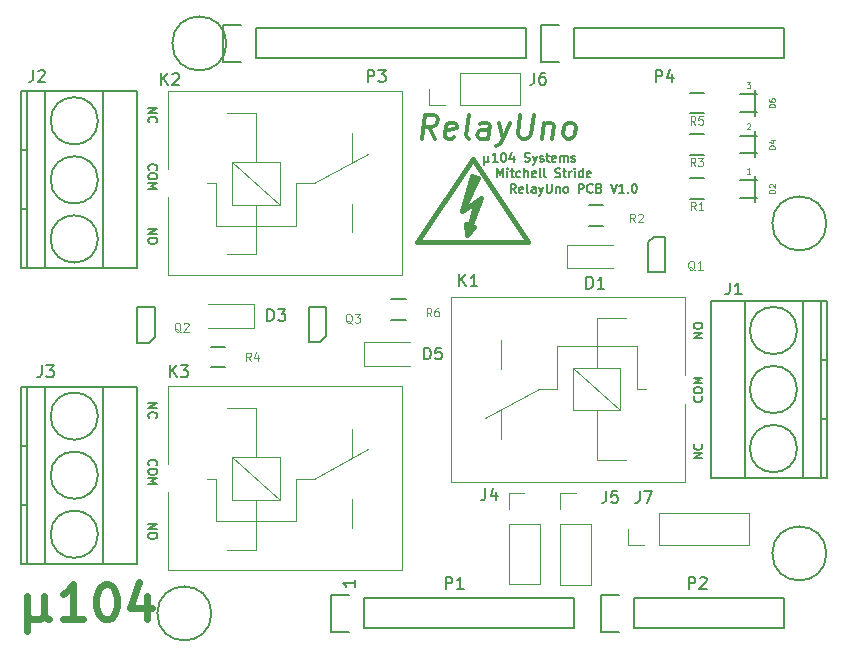
<source format=gbr>
G04 #@! TF.FileFunction,Legend,Top*
%FSLAX46Y46*%
G04 Gerber Fmt 4.6, Leading zero omitted, Abs format (unit mm)*
G04 Created by KiCad (PCBNEW 4.0.7) date 09/29/18 17:05:15*
%MOMM*%
%LPD*%
G01*
G04 APERTURE LIST*
%ADD10C,0.100000*%
%ADD11C,0.600000*%
%ADD12C,0.187500*%
%ADD13C,0.300000*%
%ADD14C,0.150000*%
%ADD15C,0.120000*%
%ADD16C,0.381000*%
G04 APERTURE END LIST*
D10*
D11*
X111675143Y-122332143D02*
X111675143Y-125332143D01*
X113103714Y-123903571D02*
X113246571Y-124189286D01*
X113532286Y-124332143D01*
X111675143Y-123903571D02*
X111818000Y-124189286D01*
X112103714Y-124332143D01*
X112675143Y-124332143D01*
X112960857Y-124189286D01*
X113103714Y-123903571D01*
X113103714Y-122332143D01*
X116389428Y-124332143D02*
X114675143Y-124332143D01*
X115532285Y-124332143D02*
X115532285Y-121332143D01*
X115246571Y-121760714D01*
X114960857Y-122046429D01*
X114675143Y-122189286D01*
X118246571Y-121332143D02*
X118532286Y-121332143D01*
X118818000Y-121475000D01*
X118960857Y-121617857D01*
X119103714Y-121903571D01*
X119246571Y-122475000D01*
X119246571Y-123189286D01*
X119103714Y-123760714D01*
X118960857Y-124046429D01*
X118818000Y-124189286D01*
X118532286Y-124332143D01*
X118246571Y-124332143D01*
X117960857Y-124189286D01*
X117818000Y-124046429D01*
X117675143Y-123760714D01*
X117532286Y-123189286D01*
X117532286Y-122475000D01*
X117675143Y-121903571D01*
X117818000Y-121617857D01*
X117960857Y-121475000D01*
X118246571Y-121332143D01*
X121818000Y-122332143D02*
X121818000Y-124332143D01*
X121103714Y-121189286D02*
X120389429Y-123332143D01*
X122246571Y-123332143D01*
D12*
X150316571Y-85081786D02*
X150316571Y-85831786D01*
X150673714Y-85474643D02*
X150709429Y-85546071D01*
X150780857Y-85581786D01*
X150316571Y-85474643D02*
X150352286Y-85546071D01*
X150423714Y-85581786D01*
X150566571Y-85581786D01*
X150638000Y-85546071D01*
X150673714Y-85474643D01*
X150673714Y-85081786D01*
X151495143Y-85581786D02*
X151066571Y-85581786D01*
X151280857Y-85581786D02*
X151280857Y-84831786D01*
X151209428Y-84938929D01*
X151138000Y-85010357D01*
X151066571Y-85046071D01*
X151959429Y-84831786D02*
X152030857Y-84831786D01*
X152102286Y-84867500D01*
X152138000Y-84903214D01*
X152173714Y-84974643D01*
X152209429Y-85117500D01*
X152209429Y-85296071D01*
X152173714Y-85438929D01*
X152138000Y-85510357D01*
X152102286Y-85546071D01*
X152030857Y-85581786D01*
X151959429Y-85581786D01*
X151888000Y-85546071D01*
X151852286Y-85510357D01*
X151816571Y-85438929D01*
X151780857Y-85296071D01*
X151780857Y-85117500D01*
X151816571Y-84974643D01*
X151852286Y-84903214D01*
X151888000Y-84867500D01*
X151959429Y-84831786D01*
X152852286Y-85081786D02*
X152852286Y-85581786D01*
X152673715Y-84796071D02*
X152495143Y-85331786D01*
X152959429Y-85331786D01*
X153780858Y-85546071D02*
X153888001Y-85581786D01*
X154066572Y-85581786D01*
X154138001Y-85546071D01*
X154173715Y-85510357D01*
X154209430Y-85438929D01*
X154209430Y-85367500D01*
X154173715Y-85296071D01*
X154138001Y-85260357D01*
X154066572Y-85224643D01*
X153923715Y-85188929D01*
X153852287Y-85153214D01*
X153816572Y-85117500D01*
X153780858Y-85046071D01*
X153780858Y-84974643D01*
X153816572Y-84903214D01*
X153852287Y-84867500D01*
X153923715Y-84831786D01*
X154102287Y-84831786D01*
X154209430Y-84867500D01*
X154459430Y-85081786D02*
X154638001Y-85581786D01*
X154816573Y-85081786D02*
X154638001Y-85581786D01*
X154566573Y-85760357D01*
X154530858Y-85796071D01*
X154459430Y-85831786D01*
X155066573Y-85546071D02*
X155138002Y-85581786D01*
X155280859Y-85581786D01*
X155352287Y-85546071D01*
X155388002Y-85474643D01*
X155388002Y-85438929D01*
X155352287Y-85367500D01*
X155280859Y-85331786D01*
X155173716Y-85331786D01*
X155102287Y-85296071D01*
X155066573Y-85224643D01*
X155066573Y-85188929D01*
X155102287Y-85117500D01*
X155173716Y-85081786D01*
X155280859Y-85081786D01*
X155352287Y-85117500D01*
X155602288Y-85081786D02*
X155888002Y-85081786D01*
X155709430Y-84831786D02*
X155709430Y-85474643D01*
X155745145Y-85546071D01*
X155816573Y-85581786D01*
X155888002Y-85581786D01*
X156423716Y-85546071D02*
X156352287Y-85581786D01*
X156209430Y-85581786D01*
X156138001Y-85546071D01*
X156102287Y-85474643D01*
X156102287Y-85188929D01*
X156138001Y-85117500D01*
X156209430Y-85081786D01*
X156352287Y-85081786D01*
X156423716Y-85117500D01*
X156459430Y-85188929D01*
X156459430Y-85260357D01*
X156102287Y-85331786D01*
X156780858Y-85581786D02*
X156780858Y-85081786D01*
X156780858Y-85153214D02*
X156816573Y-85117500D01*
X156888001Y-85081786D01*
X156995144Y-85081786D01*
X157066573Y-85117500D01*
X157102287Y-85188929D01*
X157102287Y-85581786D01*
X157102287Y-85188929D02*
X157138001Y-85117500D01*
X157209430Y-85081786D01*
X157316573Y-85081786D01*
X157388001Y-85117500D01*
X157423716Y-85188929D01*
X157423716Y-85581786D01*
X157745144Y-85546071D02*
X157816573Y-85581786D01*
X157959430Y-85581786D01*
X158030858Y-85546071D01*
X158066573Y-85474643D01*
X158066573Y-85438929D01*
X158030858Y-85367500D01*
X157959430Y-85331786D01*
X157852287Y-85331786D01*
X157780858Y-85296071D01*
X157745144Y-85224643D01*
X157745144Y-85188929D01*
X157780858Y-85117500D01*
X157852287Y-85081786D01*
X157959430Y-85081786D01*
X158030858Y-85117500D01*
X151459429Y-86894286D02*
X151459429Y-86144286D01*
X151709429Y-86680000D01*
X151959429Y-86144286D01*
X151959429Y-86894286D01*
X152316572Y-86894286D02*
X152316572Y-86394286D01*
X152316572Y-86144286D02*
X152280858Y-86180000D01*
X152316572Y-86215714D01*
X152352287Y-86180000D01*
X152316572Y-86144286D01*
X152316572Y-86215714D01*
X152566573Y-86394286D02*
X152852287Y-86394286D01*
X152673715Y-86144286D02*
X152673715Y-86787143D01*
X152709430Y-86858571D01*
X152780858Y-86894286D01*
X152852287Y-86894286D01*
X153423715Y-86858571D02*
X153352286Y-86894286D01*
X153209429Y-86894286D01*
X153138001Y-86858571D01*
X153102286Y-86822857D01*
X153066572Y-86751429D01*
X153066572Y-86537143D01*
X153102286Y-86465714D01*
X153138001Y-86430000D01*
X153209429Y-86394286D01*
X153352286Y-86394286D01*
X153423715Y-86430000D01*
X153745143Y-86894286D02*
X153745143Y-86144286D01*
X154066572Y-86894286D02*
X154066572Y-86501429D01*
X154030858Y-86430000D01*
X153959429Y-86394286D01*
X153852286Y-86394286D01*
X153780858Y-86430000D01*
X153745143Y-86465714D01*
X154709429Y-86858571D02*
X154638000Y-86894286D01*
X154495143Y-86894286D01*
X154423714Y-86858571D01*
X154388000Y-86787143D01*
X154388000Y-86501429D01*
X154423714Y-86430000D01*
X154495143Y-86394286D01*
X154638000Y-86394286D01*
X154709429Y-86430000D01*
X154745143Y-86501429D01*
X154745143Y-86572857D01*
X154388000Y-86644286D01*
X155173714Y-86894286D02*
X155102286Y-86858571D01*
X155066571Y-86787143D01*
X155066571Y-86144286D01*
X155566571Y-86894286D02*
X155495143Y-86858571D01*
X155459428Y-86787143D01*
X155459428Y-86144286D01*
X156388000Y-86858571D02*
X156495143Y-86894286D01*
X156673714Y-86894286D01*
X156745143Y-86858571D01*
X156780857Y-86822857D01*
X156816572Y-86751429D01*
X156816572Y-86680000D01*
X156780857Y-86608571D01*
X156745143Y-86572857D01*
X156673714Y-86537143D01*
X156530857Y-86501429D01*
X156459429Y-86465714D01*
X156423714Y-86430000D01*
X156388000Y-86358571D01*
X156388000Y-86287143D01*
X156423714Y-86215714D01*
X156459429Y-86180000D01*
X156530857Y-86144286D01*
X156709429Y-86144286D01*
X156816572Y-86180000D01*
X157030858Y-86394286D02*
X157316572Y-86394286D01*
X157138000Y-86144286D02*
X157138000Y-86787143D01*
X157173715Y-86858571D01*
X157245143Y-86894286D01*
X157316572Y-86894286D01*
X157566571Y-86894286D02*
X157566571Y-86394286D01*
X157566571Y-86537143D02*
X157602286Y-86465714D01*
X157638000Y-86430000D01*
X157709429Y-86394286D01*
X157780857Y-86394286D01*
X158030857Y-86894286D02*
X158030857Y-86394286D01*
X158030857Y-86144286D02*
X157995143Y-86180000D01*
X158030857Y-86215714D01*
X158066572Y-86180000D01*
X158030857Y-86144286D01*
X158030857Y-86215714D01*
X158709429Y-86894286D02*
X158709429Y-86144286D01*
X158709429Y-86858571D02*
X158638000Y-86894286D01*
X158495143Y-86894286D01*
X158423715Y-86858571D01*
X158388000Y-86822857D01*
X158352286Y-86751429D01*
X158352286Y-86537143D01*
X158388000Y-86465714D01*
X158423715Y-86430000D01*
X158495143Y-86394286D01*
X158638000Y-86394286D01*
X158709429Y-86430000D01*
X159352286Y-86858571D02*
X159280857Y-86894286D01*
X159138000Y-86894286D01*
X159066571Y-86858571D01*
X159030857Y-86787143D01*
X159030857Y-86501429D01*
X159066571Y-86430000D01*
X159138000Y-86394286D01*
X159280857Y-86394286D01*
X159352286Y-86430000D01*
X159388000Y-86501429D01*
X159388000Y-86572857D01*
X159030857Y-86644286D01*
X153030859Y-88206786D02*
X152780859Y-87849643D01*
X152602287Y-88206786D02*
X152602287Y-87456786D01*
X152888002Y-87456786D01*
X152959430Y-87492500D01*
X152995145Y-87528214D01*
X153030859Y-87599643D01*
X153030859Y-87706786D01*
X152995145Y-87778214D01*
X152959430Y-87813929D01*
X152888002Y-87849643D01*
X152602287Y-87849643D01*
X153638002Y-88171071D02*
X153566573Y-88206786D01*
X153423716Y-88206786D01*
X153352287Y-88171071D01*
X153316573Y-88099643D01*
X153316573Y-87813929D01*
X153352287Y-87742500D01*
X153423716Y-87706786D01*
X153566573Y-87706786D01*
X153638002Y-87742500D01*
X153673716Y-87813929D01*
X153673716Y-87885357D01*
X153316573Y-87956786D01*
X154102287Y-88206786D02*
X154030859Y-88171071D01*
X153995144Y-88099643D01*
X153995144Y-87456786D01*
X154709430Y-88206786D02*
X154709430Y-87813929D01*
X154673716Y-87742500D01*
X154602287Y-87706786D01*
X154459430Y-87706786D01*
X154388001Y-87742500D01*
X154709430Y-88171071D02*
X154638001Y-88206786D01*
X154459430Y-88206786D01*
X154388001Y-88171071D01*
X154352287Y-88099643D01*
X154352287Y-88028214D01*
X154388001Y-87956786D01*
X154459430Y-87921071D01*
X154638001Y-87921071D01*
X154709430Y-87885357D01*
X154995144Y-87706786D02*
X155173715Y-88206786D01*
X155352287Y-87706786D02*
X155173715Y-88206786D01*
X155102287Y-88385357D01*
X155066572Y-88421071D01*
X154995144Y-88456786D01*
X155638001Y-87456786D02*
X155638001Y-88063929D01*
X155673716Y-88135357D01*
X155709430Y-88171071D01*
X155780859Y-88206786D01*
X155923716Y-88206786D01*
X155995144Y-88171071D01*
X156030859Y-88135357D01*
X156066573Y-88063929D01*
X156066573Y-87456786D01*
X156423715Y-87706786D02*
X156423715Y-88206786D01*
X156423715Y-87778214D02*
X156459430Y-87742500D01*
X156530858Y-87706786D01*
X156638001Y-87706786D01*
X156709430Y-87742500D01*
X156745144Y-87813929D01*
X156745144Y-88206786D01*
X157209429Y-88206786D02*
X157138001Y-88171071D01*
X157102286Y-88135357D01*
X157066572Y-88063929D01*
X157066572Y-87849643D01*
X157102286Y-87778214D01*
X157138001Y-87742500D01*
X157209429Y-87706786D01*
X157316572Y-87706786D01*
X157388001Y-87742500D01*
X157423715Y-87778214D01*
X157459429Y-87849643D01*
X157459429Y-88063929D01*
X157423715Y-88135357D01*
X157388001Y-88171071D01*
X157316572Y-88206786D01*
X157209429Y-88206786D01*
X158352286Y-88206786D02*
X158352286Y-87456786D01*
X158638001Y-87456786D01*
X158709429Y-87492500D01*
X158745144Y-87528214D01*
X158780858Y-87599643D01*
X158780858Y-87706786D01*
X158745144Y-87778214D01*
X158709429Y-87813929D01*
X158638001Y-87849643D01*
X158352286Y-87849643D01*
X159530858Y-88135357D02*
X159495144Y-88171071D01*
X159388001Y-88206786D01*
X159316572Y-88206786D01*
X159209429Y-88171071D01*
X159138001Y-88099643D01*
X159102286Y-88028214D01*
X159066572Y-87885357D01*
X159066572Y-87778214D01*
X159102286Y-87635357D01*
X159138001Y-87563929D01*
X159209429Y-87492500D01*
X159316572Y-87456786D01*
X159388001Y-87456786D01*
X159495144Y-87492500D01*
X159530858Y-87528214D01*
X160102286Y-87813929D02*
X160209429Y-87849643D01*
X160245144Y-87885357D01*
X160280858Y-87956786D01*
X160280858Y-88063929D01*
X160245144Y-88135357D01*
X160209429Y-88171071D01*
X160138001Y-88206786D01*
X159852286Y-88206786D01*
X159852286Y-87456786D01*
X160102286Y-87456786D01*
X160173715Y-87492500D01*
X160209429Y-87528214D01*
X160245144Y-87599643D01*
X160245144Y-87671071D01*
X160209429Y-87742500D01*
X160173715Y-87778214D01*
X160102286Y-87813929D01*
X159852286Y-87813929D01*
X161066573Y-87456786D02*
X161316573Y-88206786D01*
X161566573Y-87456786D01*
X162209430Y-88206786D02*
X161780858Y-88206786D01*
X161995144Y-88206786D02*
X161995144Y-87456786D01*
X161923715Y-87563929D01*
X161852287Y-87635357D01*
X161780858Y-87671071D01*
X162530858Y-88135357D02*
X162566573Y-88171071D01*
X162530858Y-88206786D01*
X162495144Y-88171071D01*
X162530858Y-88135357D01*
X162530858Y-88206786D01*
X163030859Y-87456786D02*
X163102287Y-87456786D01*
X163173716Y-87492500D01*
X163209430Y-87528214D01*
X163245144Y-87599643D01*
X163280859Y-87742500D01*
X163280859Y-87921071D01*
X163245144Y-88063929D01*
X163209430Y-88135357D01*
X163173716Y-88171071D01*
X163102287Y-88206786D01*
X163030859Y-88206786D01*
X162959430Y-88171071D01*
X162923716Y-88135357D01*
X162888001Y-88063929D01*
X162852287Y-87921071D01*
X162852287Y-87742500D01*
X162888001Y-87599643D01*
X162923716Y-87528214D01*
X162959430Y-87492500D01*
X163030859Y-87456786D01*
X121980143Y-86275715D02*
X121944429Y-86240001D01*
X121908714Y-86132858D01*
X121908714Y-86061429D01*
X121944429Y-85954286D01*
X122015857Y-85882858D01*
X122087286Y-85847143D01*
X122230143Y-85811429D01*
X122337286Y-85811429D01*
X122480143Y-85847143D01*
X122551571Y-85882858D01*
X122623000Y-85954286D01*
X122658714Y-86061429D01*
X122658714Y-86132858D01*
X122623000Y-86240001D01*
X122587286Y-86275715D01*
X122658714Y-86740001D02*
X122658714Y-86882858D01*
X122623000Y-86954286D01*
X122551571Y-87025715D01*
X122408714Y-87061429D01*
X122158714Y-87061429D01*
X122015857Y-87025715D01*
X121944429Y-86954286D01*
X121908714Y-86882858D01*
X121908714Y-86740001D01*
X121944429Y-86668572D01*
X122015857Y-86597143D01*
X122158714Y-86561429D01*
X122408714Y-86561429D01*
X122551571Y-86597143D01*
X122623000Y-86668572D01*
X122658714Y-86740001D01*
X121908714Y-87382857D02*
X122658714Y-87382857D01*
X122123000Y-87632857D01*
X122658714Y-87882857D01*
X121908714Y-87882857D01*
X121908714Y-81025714D02*
X122658714Y-81025714D01*
X121908714Y-81454286D01*
X122658714Y-81454286D01*
X121980143Y-82240000D02*
X121944429Y-82204286D01*
X121908714Y-82097143D01*
X121908714Y-82025714D01*
X121944429Y-81918571D01*
X122015857Y-81847143D01*
X122087286Y-81811428D01*
X122230143Y-81775714D01*
X122337286Y-81775714D01*
X122480143Y-81811428D01*
X122551571Y-81847143D01*
X122623000Y-81918571D01*
X122658714Y-82025714D01*
X122658714Y-82097143D01*
X122623000Y-82204286D01*
X122587286Y-82240000D01*
X121908714Y-91257857D02*
X122658714Y-91257857D01*
X121908714Y-91686429D01*
X122658714Y-91686429D01*
X122658714Y-92186429D02*
X122658714Y-92329286D01*
X122623000Y-92400714D01*
X122551571Y-92472143D01*
X122408714Y-92507857D01*
X122158714Y-92507857D01*
X122015857Y-92472143D01*
X121944429Y-92400714D01*
X121908714Y-92329286D01*
X121908714Y-92186429D01*
X121944429Y-92115000D01*
X122015857Y-92043571D01*
X122158714Y-92007857D01*
X122408714Y-92007857D01*
X122551571Y-92043571D01*
X122623000Y-92115000D01*
X122658714Y-92186429D01*
X121908714Y-106025714D02*
X122658714Y-106025714D01*
X121908714Y-106454286D01*
X122658714Y-106454286D01*
X121980143Y-107240000D02*
X121944429Y-107204286D01*
X121908714Y-107097143D01*
X121908714Y-107025714D01*
X121944429Y-106918571D01*
X122015857Y-106847143D01*
X122087286Y-106811428D01*
X122230143Y-106775714D01*
X122337286Y-106775714D01*
X122480143Y-106811428D01*
X122551571Y-106847143D01*
X122623000Y-106918571D01*
X122658714Y-107025714D01*
X122658714Y-107097143D01*
X122623000Y-107204286D01*
X122587286Y-107240000D01*
X121980143Y-111275715D02*
X121944429Y-111240001D01*
X121908714Y-111132858D01*
X121908714Y-111061429D01*
X121944429Y-110954286D01*
X122015857Y-110882858D01*
X122087286Y-110847143D01*
X122230143Y-110811429D01*
X122337286Y-110811429D01*
X122480143Y-110847143D01*
X122551571Y-110882858D01*
X122623000Y-110954286D01*
X122658714Y-111061429D01*
X122658714Y-111132858D01*
X122623000Y-111240001D01*
X122587286Y-111275715D01*
X122658714Y-111740001D02*
X122658714Y-111882858D01*
X122623000Y-111954286D01*
X122551571Y-112025715D01*
X122408714Y-112061429D01*
X122158714Y-112061429D01*
X122015857Y-112025715D01*
X121944429Y-111954286D01*
X121908714Y-111882858D01*
X121908714Y-111740001D01*
X121944429Y-111668572D01*
X122015857Y-111597143D01*
X122158714Y-111561429D01*
X122408714Y-111561429D01*
X122551571Y-111597143D01*
X122623000Y-111668572D01*
X122658714Y-111740001D01*
X121908714Y-112382857D02*
X122658714Y-112382857D01*
X122123000Y-112632857D01*
X122658714Y-112882857D01*
X121908714Y-112882857D01*
X121908714Y-116257857D02*
X122658714Y-116257857D01*
X121908714Y-116686429D01*
X122658714Y-116686429D01*
X122658714Y-117186429D02*
X122658714Y-117329286D01*
X122623000Y-117400714D01*
X122551571Y-117472143D01*
X122408714Y-117507857D01*
X122158714Y-117507857D01*
X122015857Y-117472143D01*
X121944429Y-117400714D01*
X121908714Y-117329286D01*
X121908714Y-117186429D01*
X121944429Y-117115000D01*
X122015857Y-117043571D01*
X122158714Y-117007857D01*
X122408714Y-117007857D01*
X122551571Y-117043571D01*
X122623000Y-117115000D01*
X122658714Y-117186429D01*
X168837286Y-110704286D02*
X168087286Y-110704286D01*
X168837286Y-110275714D01*
X168087286Y-110275714D01*
X168765857Y-109490000D02*
X168801571Y-109525714D01*
X168837286Y-109632857D01*
X168837286Y-109704286D01*
X168801571Y-109811429D01*
X168730143Y-109882857D01*
X168658714Y-109918572D01*
X168515857Y-109954286D01*
X168408714Y-109954286D01*
X168265857Y-109918572D01*
X168194429Y-109882857D01*
X168123000Y-109811429D01*
X168087286Y-109704286D01*
X168087286Y-109632857D01*
X168123000Y-109525714D01*
X168158714Y-109490000D01*
X168837286Y-100472143D02*
X168087286Y-100472143D01*
X168837286Y-100043571D01*
X168087286Y-100043571D01*
X168087286Y-99543571D02*
X168087286Y-99400714D01*
X168123000Y-99329286D01*
X168194429Y-99257857D01*
X168337286Y-99222143D01*
X168587286Y-99222143D01*
X168730143Y-99257857D01*
X168801571Y-99329286D01*
X168837286Y-99400714D01*
X168837286Y-99543571D01*
X168801571Y-99615000D01*
X168730143Y-99686429D01*
X168587286Y-99722143D01*
X168337286Y-99722143D01*
X168194429Y-99686429D01*
X168123000Y-99615000D01*
X168087286Y-99543571D01*
X168765857Y-105454285D02*
X168801571Y-105489999D01*
X168837286Y-105597142D01*
X168837286Y-105668571D01*
X168801571Y-105775714D01*
X168730143Y-105847142D01*
X168658714Y-105882857D01*
X168515857Y-105918571D01*
X168408714Y-105918571D01*
X168265857Y-105882857D01*
X168194429Y-105847142D01*
X168123000Y-105775714D01*
X168087286Y-105668571D01*
X168087286Y-105597142D01*
X168123000Y-105489999D01*
X168158714Y-105454285D01*
X168087286Y-104989999D02*
X168087286Y-104847142D01*
X168123000Y-104775714D01*
X168194429Y-104704285D01*
X168337286Y-104668571D01*
X168587286Y-104668571D01*
X168730143Y-104704285D01*
X168801571Y-104775714D01*
X168837286Y-104847142D01*
X168837286Y-104989999D01*
X168801571Y-105061428D01*
X168730143Y-105132857D01*
X168587286Y-105168571D01*
X168337286Y-105168571D01*
X168194429Y-105132857D01*
X168123000Y-105061428D01*
X168087286Y-104989999D01*
X168837286Y-104347143D02*
X168087286Y-104347143D01*
X168623000Y-104097143D01*
X168087286Y-103847143D01*
X168837286Y-103847143D01*
D13*
X146209191Y-83619762D02*
X145661571Y-82667381D01*
X145066333Y-83619762D02*
X145316333Y-81619762D01*
X146078238Y-81619762D01*
X146256809Y-81715000D01*
X146340143Y-81810238D01*
X146411572Y-82000714D01*
X146375857Y-82286429D01*
X146256810Y-82476905D01*
X146149666Y-82572143D01*
X145947285Y-82667381D01*
X145185380Y-82667381D01*
X147840143Y-83524524D02*
X147637762Y-83619762D01*
X147256810Y-83619762D01*
X147078238Y-83524524D01*
X147006809Y-83334048D01*
X147102047Y-82572143D01*
X147221095Y-82381667D01*
X147423476Y-82286429D01*
X147804428Y-82286429D01*
X147983000Y-82381667D01*
X148054428Y-82572143D01*
X148030619Y-82762619D01*
X147054428Y-82953095D01*
X149066334Y-83619762D02*
X148887763Y-83524524D01*
X148816333Y-83334048D01*
X149030619Y-81619762D01*
X150685381Y-83619762D02*
X150816333Y-82572143D01*
X150744905Y-82381667D01*
X150566333Y-82286429D01*
X150185381Y-82286429D01*
X149983000Y-82381667D01*
X150697286Y-83524524D02*
X150494905Y-83619762D01*
X150018715Y-83619762D01*
X149840143Y-83524524D01*
X149768714Y-83334048D01*
X149792524Y-83143571D01*
X149911571Y-82953095D01*
X150113953Y-82857857D01*
X150590143Y-82857857D01*
X150792524Y-82762619D01*
X151613952Y-82286429D02*
X151923477Y-83619762D01*
X152566333Y-82286429D02*
X151923477Y-83619762D01*
X151673477Y-84095952D01*
X151566333Y-84191190D01*
X151363952Y-84286429D01*
X153411572Y-81619762D02*
X153209191Y-83238810D01*
X153280620Y-83429286D01*
X153363954Y-83524524D01*
X153542525Y-83619762D01*
X153923477Y-83619762D01*
X154125858Y-83524524D01*
X154233001Y-83429286D01*
X154352049Y-83238810D01*
X154554430Y-81619762D01*
X155423476Y-82286429D02*
X155256810Y-83619762D01*
X155399667Y-82476905D02*
X155506811Y-82381667D01*
X155709191Y-82286429D01*
X155994905Y-82286429D01*
X156173477Y-82381667D01*
X156244905Y-82572143D01*
X156113953Y-83619762D01*
X157352049Y-83619762D02*
X157173478Y-83524524D01*
X157090143Y-83429286D01*
X157018715Y-83238810D01*
X157090143Y-82667381D01*
X157209191Y-82476905D01*
X157316335Y-82381667D01*
X157518715Y-82286429D01*
X157804429Y-82286429D01*
X157983001Y-82381667D01*
X158066334Y-82476905D01*
X158137762Y-82667381D01*
X158066334Y-83238810D01*
X157947286Y-83429286D01*
X157840144Y-83524524D01*
X157637763Y-83619762D01*
X157352049Y-83619762D01*
D14*
X139390381Y-120999285D02*
X139390381Y-121570714D01*
X139390381Y-121285000D02*
X138390381Y-121285000D01*
X138533238Y-121380238D01*
X138628476Y-121475476D01*
X138676095Y-121570714D01*
X140208000Y-125095000D02*
X157988000Y-125095000D01*
X157988000Y-125095000D02*
X157988000Y-122555000D01*
X157988000Y-122555000D02*
X140208000Y-122555000D01*
X137388000Y-125375000D02*
X138938000Y-125375000D01*
X140208000Y-125095000D02*
X140208000Y-122555000D01*
X138938000Y-122275000D02*
X137388000Y-122275000D01*
X137388000Y-122275000D02*
X137388000Y-125375000D01*
X163068000Y-125095000D02*
X175768000Y-125095000D01*
X175768000Y-125095000D02*
X175768000Y-122555000D01*
X175768000Y-122555000D02*
X163068000Y-122555000D01*
X160248000Y-125375000D02*
X161798000Y-125375000D01*
X163068000Y-125095000D02*
X163068000Y-122555000D01*
X161798000Y-122275000D02*
X160248000Y-122275000D01*
X160248000Y-122275000D02*
X160248000Y-125375000D01*
X131064000Y-76835000D02*
X153924000Y-76835000D01*
X153924000Y-76835000D02*
X153924000Y-74295000D01*
X153924000Y-74295000D02*
X131064000Y-74295000D01*
X128244000Y-77115000D02*
X129794000Y-77115000D01*
X131064000Y-76835000D02*
X131064000Y-74295000D01*
X129794000Y-74015000D02*
X128244000Y-74015000D01*
X128244000Y-74015000D02*
X128244000Y-77115000D01*
X157988000Y-76835000D02*
X175768000Y-76835000D01*
X175768000Y-76835000D02*
X175768000Y-74295000D01*
X175768000Y-74295000D02*
X157988000Y-74295000D01*
X155168000Y-77115000D02*
X156718000Y-77115000D01*
X157988000Y-76835000D02*
X157988000Y-74295000D01*
X156718000Y-74015000D02*
X155168000Y-74015000D01*
X155168000Y-74015000D02*
X155168000Y-77115000D01*
X127254000Y-123825000D02*
G75*
G03X127254000Y-123825000I-2286000J0D01*
G01*
X179324000Y-118745000D02*
G75*
G03X179324000Y-118745000I-2286000J0D01*
G01*
X128524000Y-75565000D02*
G75*
G03X128524000Y-75565000I-2286000J0D01*
G01*
X179324000Y-90805000D02*
G75*
G03X179324000Y-90805000I-2286000J0D01*
G01*
D15*
X157348000Y-92615000D02*
X157348000Y-94615000D01*
X157348000Y-94615000D02*
X161248000Y-94615000D01*
X157348000Y-92615000D02*
X161248000Y-92615000D01*
D14*
X173498000Y-87115000D02*
X171998000Y-87115000D01*
X173498000Y-88615000D02*
X171998000Y-88615000D01*
X173248000Y-88965000D02*
X173248000Y-86765000D01*
D15*
X130898000Y-99615000D02*
X130898000Y-97615000D01*
X130898000Y-97615000D02*
X126998000Y-97615000D01*
X130898000Y-99615000D02*
X126998000Y-99615000D01*
D14*
X173498000Y-83365000D02*
X171998000Y-83365000D01*
X173498000Y-84865000D02*
X171998000Y-84865000D01*
X173248000Y-85215000D02*
X173248000Y-83015000D01*
D15*
X140148000Y-100865000D02*
X140148000Y-102865000D01*
X140148000Y-102865000D02*
X144048000Y-102865000D01*
X140148000Y-100865000D02*
X144048000Y-100865000D01*
D14*
X173498000Y-79865000D02*
X171998000Y-79865000D01*
X173498000Y-81365000D02*
X171998000Y-81365000D01*
X173248000Y-81715000D02*
X173248000Y-79515000D01*
X178848000Y-102365000D02*
X179348000Y-102365000D01*
X178848000Y-107365000D02*
X179348000Y-107365000D01*
X177348000Y-112365000D02*
X177348000Y-97365000D01*
X172448000Y-112365000D02*
X172448000Y-97365000D01*
X178848000Y-112365000D02*
X178848000Y-97365000D01*
X179348000Y-112365000D02*
X179348000Y-97365000D01*
X179348000Y-97365000D02*
X169548000Y-97365000D01*
X169548000Y-97365000D02*
X169548000Y-112365000D01*
X169548000Y-112365000D02*
X179348000Y-112365000D01*
X176848000Y-99865000D02*
G75*
G03X176848000Y-99865000I-2000000J0D01*
G01*
X176848000Y-104865000D02*
G75*
G03X176848000Y-104865000I-2000000J0D01*
G01*
X176848000Y-109865000D02*
G75*
G03X176848000Y-109865000I-2000000J0D01*
G01*
X111648000Y-89615000D02*
X111148000Y-89615000D01*
X111648000Y-84615000D02*
X111148000Y-84615000D01*
X113148000Y-79615000D02*
X113148000Y-94615000D01*
X118048000Y-79615000D02*
X118048000Y-94615000D01*
X111648000Y-79615000D02*
X111648000Y-94615000D01*
X111148000Y-79615000D02*
X111148000Y-94615000D01*
X111148000Y-94615000D02*
X120948000Y-94615000D01*
X120948000Y-94615000D02*
X120948000Y-79615000D01*
X120948000Y-79615000D02*
X111148000Y-79615000D01*
X117648000Y-92115000D02*
G75*
G03X117648000Y-92115000I-2000000J0D01*
G01*
X117648000Y-87115000D02*
G75*
G03X117648000Y-87115000I-2000000J0D01*
G01*
X117648000Y-82115000D02*
G75*
G03X117648000Y-82115000I-2000000J0D01*
G01*
X111648000Y-114615000D02*
X111148000Y-114615000D01*
X111648000Y-109615000D02*
X111148000Y-109615000D01*
X113148000Y-104615000D02*
X113148000Y-119615000D01*
X118048000Y-104615000D02*
X118048000Y-119615000D01*
X111648000Y-104615000D02*
X111648000Y-119615000D01*
X111148000Y-104615000D02*
X111148000Y-119615000D01*
X111148000Y-119615000D02*
X120948000Y-119615000D01*
X120948000Y-119615000D02*
X120948000Y-104615000D01*
X120948000Y-104615000D02*
X111148000Y-104615000D01*
X117648000Y-117115000D02*
G75*
G03X117648000Y-117115000I-2000000J0D01*
G01*
X117648000Y-112115000D02*
G75*
G03X117648000Y-112115000I-2000000J0D01*
G01*
X117648000Y-107115000D02*
G75*
G03X117648000Y-107115000I-2000000J0D01*
G01*
X165698000Y-94915000D02*
X165698000Y-91915000D01*
X165698000Y-91915000D02*
X164698000Y-91915000D01*
X164698000Y-91915000D02*
X164198000Y-92415000D01*
X164198000Y-92415000D02*
X164198000Y-94915000D01*
X164198000Y-94915000D02*
X165698000Y-94915000D01*
X120998000Y-97915000D02*
X120998000Y-100915000D01*
X120998000Y-100915000D02*
X121998000Y-100915000D01*
X121998000Y-100915000D02*
X122498000Y-100415000D01*
X122498000Y-100415000D02*
X122498000Y-97915000D01*
X122498000Y-97915000D02*
X120998000Y-97915000D01*
X135498000Y-97865000D02*
X135498000Y-100865000D01*
X135498000Y-100865000D02*
X136498000Y-100865000D01*
X136498000Y-100865000D02*
X136998000Y-100365000D01*
X136998000Y-100365000D02*
X136998000Y-97865000D01*
X136998000Y-97865000D02*
X135498000Y-97865000D01*
X167773000Y-86990000D02*
X168973000Y-86990000D01*
X168973000Y-88740000D02*
X167773000Y-88740000D01*
X159248000Y-89240000D02*
X160448000Y-89240000D01*
X160448000Y-90990000D02*
X159248000Y-90990000D01*
X167748000Y-83240000D02*
X168948000Y-83240000D01*
X168948000Y-84990000D02*
X167748000Y-84990000D01*
X128448000Y-102990000D02*
X127248000Y-102990000D01*
X127248000Y-101240000D02*
X128448000Y-101240000D01*
X167748000Y-79740000D02*
X168948000Y-79740000D01*
X168948000Y-81490000D02*
X167748000Y-81490000D01*
X143698000Y-98990000D02*
X142498000Y-98990000D01*
X142498000Y-97240000D02*
X143698000Y-97240000D01*
D15*
X167348000Y-103665000D02*
X167348000Y-97065000D01*
X167348000Y-112665000D02*
X167348000Y-106065000D01*
X167348000Y-112665000D02*
X147548000Y-112665000D01*
X147548000Y-112665000D02*
X147548000Y-97065000D01*
X147548000Y-97065000D02*
X167348000Y-97065000D01*
X151798000Y-100665000D02*
X151798000Y-103115000D01*
X151798000Y-109065000D02*
X151798000Y-106565000D01*
X162398000Y-98815000D02*
X159898000Y-98815000D01*
X163298000Y-104815000D02*
X164098000Y-104815000D01*
X159898000Y-110815000D02*
X162398000Y-110815000D01*
X156498000Y-104815000D02*
X154998000Y-104815000D01*
X154998000Y-104815000D02*
X150398000Y-107315000D01*
X156498000Y-101215000D02*
X163298000Y-101215000D01*
X156498000Y-104815000D02*
X156498000Y-101215000D01*
X163298000Y-104815000D02*
X163298000Y-101215000D01*
X159898000Y-110815000D02*
X159898000Y-106615000D01*
X159898000Y-103015000D02*
X159898000Y-98815000D01*
X157898000Y-103015000D02*
X161898000Y-106615000D01*
X161898000Y-103015000D02*
X161898000Y-106615000D01*
X161898000Y-106615000D02*
X157898000Y-106615000D01*
X157898000Y-106615000D02*
X157898000Y-103015000D01*
X157898000Y-103015000D02*
X161898000Y-103015000D01*
X123598000Y-88565000D02*
X123598000Y-95165000D01*
X123598000Y-79565000D02*
X123598000Y-86165000D01*
X123598000Y-79565000D02*
X143398000Y-79565000D01*
X143398000Y-79565000D02*
X143398000Y-95165000D01*
X143398000Y-95165000D02*
X123598000Y-95165000D01*
X139148000Y-91565000D02*
X139148000Y-89115000D01*
X139148000Y-83165000D02*
X139148000Y-85665000D01*
X128548000Y-93415000D02*
X131048000Y-93415000D01*
X127648000Y-87415000D02*
X126848000Y-87415000D01*
X131048000Y-81415000D02*
X128548000Y-81415000D01*
X134448000Y-87415000D02*
X135948000Y-87415000D01*
X135948000Y-87415000D02*
X140548000Y-84915000D01*
X134448000Y-91015000D02*
X127648000Y-91015000D01*
X134448000Y-87415000D02*
X134448000Y-91015000D01*
X127648000Y-87415000D02*
X127648000Y-91015000D01*
X131048000Y-81415000D02*
X131048000Y-85615000D01*
X131048000Y-89215000D02*
X131048000Y-93415000D01*
X133048000Y-89215000D02*
X129048000Y-85615000D01*
X129048000Y-89215000D02*
X129048000Y-85615000D01*
X129048000Y-85615000D02*
X133048000Y-85615000D01*
X133048000Y-85615000D02*
X133048000Y-89215000D01*
X133048000Y-89215000D02*
X129048000Y-89215000D01*
X123598000Y-113565000D02*
X123598000Y-120165000D01*
X123598000Y-104565000D02*
X123598000Y-111165000D01*
X123598000Y-104565000D02*
X143398000Y-104565000D01*
X143398000Y-104565000D02*
X143398000Y-120165000D01*
X143398000Y-120165000D02*
X123598000Y-120165000D01*
X139148000Y-116565000D02*
X139148000Y-114115000D01*
X139148000Y-108165000D02*
X139148000Y-110665000D01*
X128548000Y-118415000D02*
X131048000Y-118415000D01*
X127648000Y-112415000D02*
X126848000Y-112415000D01*
X131048000Y-106415000D02*
X128548000Y-106415000D01*
X134448000Y-112415000D02*
X135948000Y-112415000D01*
X135948000Y-112415000D02*
X140548000Y-109915000D01*
X134448000Y-116015000D02*
X127648000Y-116015000D01*
X134448000Y-112415000D02*
X134448000Y-116015000D01*
X127648000Y-112415000D02*
X127648000Y-116015000D01*
X131048000Y-106415000D02*
X131048000Y-110615000D01*
X131048000Y-114215000D02*
X131048000Y-118415000D01*
X133048000Y-114215000D02*
X129048000Y-110615000D01*
X129048000Y-114215000D02*
X129048000Y-110615000D01*
X129048000Y-110615000D02*
X133048000Y-110615000D01*
X133048000Y-110615000D02*
X133048000Y-114215000D01*
X133048000Y-114215000D02*
X129048000Y-114215000D01*
D16*
X149498000Y-86950000D02*
X149248000Y-87625000D01*
X149298000Y-86775000D02*
X149798000Y-86975000D01*
X148900160Y-91774640D02*
X150099040Y-88675840D01*
X150099040Y-88675840D02*
X149499600Y-89074620D01*
X148498840Y-89775660D02*
X149799320Y-86974040D01*
X148900160Y-91774640D02*
X149499600Y-91076140D01*
X149298940Y-86775920D02*
X148498840Y-89775660D01*
X148498840Y-89775660D02*
X149697720Y-88975560D01*
X149697720Y-88975560D02*
X148900160Y-91774640D01*
X148900160Y-91774640D02*
X148798560Y-90875480D01*
X149398000Y-85384000D02*
X154097000Y-92369000D01*
X154097000Y-92369000D02*
X144699000Y-92369000D01*
X144699000Y-92369000D02*
X149398000Y-85384000D01*
D15*
X152428000Y-121365000D02*
X155088000Y-121365000D01*
X152428000Y-116225000D02*
X152428000Y-121365000D01*
X155088000Y-116225000D02*
X155088000Y-121365000D01*
X152428000Y-116225000D02*
X155088000Y-116225000D01*
X152428000Y-114955000D02*
X152428000Y-113625000D01*
X152428000Y-113625000D02*
X153758000Y-113625000D01*
X156768000Y-121375000D02*
X159428000Y-121375000D01*
X156768000Y-116235000D02*
X156768000Y-121375000D01*
X159428000Y-116235000D02*
X159428000Y-121375000D01*
X156768000Y-116235000D02*
X159428000Y-116235000D01*
X156768000Y-114965000D02*
X156768000Y-113635000D01*
X156768000Y-113635000D02*
X158098000Y-113635000D01*
X153428000Y-80765000D02*
X153428000Y-78105000D01*
X148288000Y-80765000D02*
X153428000Y-80765000D01*
X148288000Y-78105000D02*
X153428000Y-78105000D01*
X148288000Y-80765000D02*
X148288000Y-78105000D01*
X147018000Y-80765000D02*
X145688000Y-80765000D01*
X145688000Y-80765000D02*
X145688000Y-79435000D01*
X172798000Y-118015000D02*
X172798000Y-115355000D01*
X165118000Y-118015000D02*
X172798000Y-118015000D01*
X165118000Y-115355000D02*
X172798000Y-115355000D01*
X165118000Y-118015000D02*
X165118000Y-115355000D01*
X163848000Y-118015000D02*
X162518000Y-118015000D01*
X162518000Y-118015000D02*
X162518000Y-116685000D01*
D14*
X147089905Y-121737381D02*
X147089905Y-120737381D01*
X147470858Y-120737381D01*
X147566096Y-120785000D01*
X147613715Y-120832619D01*
X147661334Y-120927857D01*
X147661334Y-121070714D01*
X147613715Y-121165952D01*
X147566096Y-121213571D01*
X147470858Y-121261190D01*
X147089905Y-121261190D01*
X148613715Y-121737381D02*
X148042286Y-121737381D01*
X148328000Y-121737381D02*
X148328000Y-120737381D01*
X148232762Y-120880238D01*
X148137524Y-120975476D01*
X148042286Y-121023095D01*
X167663905Y-121737381D02*
X167663905Y-120737381D01*
X168044858Y-120737381D01*
X168140096Y-120785000D01*
X168187715Y-120832619D01*
X168235334Y-120927857D01*
X168235334Y-121070714D01*
X168187715Y-121165952D01*
X168140096Y-121213571D01*
X168044858Y-121261190D01*
X167663905Y-121261190D01*
X168616286Y-120832619D02*
X168663905Y-120785000D01*
X168759143Y-120737381D01*
X168997239Y-120737381D01*
X169092477Y-120785000D01*
X169140096Y-120832619D01*
X169187715Y-120927857D01*
X169187715Y-121023095D01*
X169140096Y-121165952D01*
X168568667Y-121737381D01*
X169187715Y-121737381D01*
X140485905Y-78811381D02*
X140485905Y-77811381D01*
X140866858Y-77811381D01*
X140962096Y-77859000D01*
X141009715Y-77906619D01*
X141057334Y-78001857D01*
X141057334Y-78144714D01*
X141009715Y-78239952D01*
X140962096Y-78287571D01*
X140866858Y-78335190D01*
X140485905Y-78335190D01*
X141390667Y-77811381D02*
X142009715Y-77811381D01*
X141676381Y-78192333D01*
X141819239Y-78192333D01*
X141914477Y-78239952D01*
X141962096Y-78287571D01*
X142009715Y-78382810D01*
X142009715Y-78620905D01*
X141962096Y-78716143D01*
X141914477Y-78763762D01*
X141819239Y-78811381D01*
X141533524Y-78811381D01*
X141438286Y-78763762D01*
X141390667Y-78716143D01*
X164869905Y-78811381D02*
X164869905Y-77811381D01*
X165250858Y-77811381D01*
X165346096Y-77859000D01*
X165393715Y-77906619D01*
X165441334Y-78001857D01*
X165441334Y-78144714D01*
X165393715Y-78239952D01*
X165346096Y-78287571D01*
X165250858Y-78335190D01*
X164869905Y-78335190D01*
X166298477Y-78144714D02*
X166298477Y-78811381D01*
X166060381Y-77763762D02*
X165822286Y-78478048D01*
X166441334Y-78478048D01*
X159009905Y-96317381D02*
X159009905Y-95317381D01*
X159248000Y-95317381D01*
X159390858Y-95365000D01*
X159486096Y-95460238D01*
X159533715Y-95555476D01*
X159581334Y-95745952D01*
X159581334Y-95888810D01*
X159533715Y-96079286D01*
X159486096Y-96174524D01*
X159390858Y-96269762D01*
X159248000Y-96317381D01*
X159009905Y-96317381D01*
X160533715Y-96317381D02*
X159962286Y-96317381D01*
X160248000Y-96317381D02*
X160248000Y-95317381D01*
X160152762Y-95460238D01*
X160057524Y-95555476D01*
X159962286Y-95603095D01*
D10*
X174974190Y-88234047D02*
X174474190Y-88234047D01*
X174474190Y-88115000D01*
X174498000Y-88043571D01*
X174545619Y-87995952D01*
X174593238Y-87972143D01*
X174688476Y-87948333D01*
X174759905Y-87948333D01*
X174855143Y-87972143D01*
X174902762Y-87995952D01*
X174950381Y-88043571D01*
X174974190Y-88115000D01*
X174974190Y-88234047D01*
X174521810Y-87757857D02*
X174498000Y-87734047D01*
X174474190Y-87686428D01*
X174474190Y-87567381D01*
X174498000Y-87519762D01*
X174521810Y-87495952D01*
X174569429Y-87472143D01*
X174617048Y-87472143D01*
X174688476Y-87495952D01*
X174974190Y-87781666D01*
X174974190Y-87472143D01*
X172890857Y-86591190D02*
X172605143Y-86591190D01*
X172748000Y-86591190D02*
X172748000Y-86091190D01*
X172700381Y-86162619D01*
X172652762Y-86210238D01*
X172605143Y-86234048D01*
D14*
X132009905Y-99067381D02*
X132009905Y-98067381D01*
X132248000Y-98067381D01*
X132390858Y-98115000D01*
X132486096Y-98210238D01*
X132533715Y-98305476D01*
X132581334Y-98495952D01*
X132581334Y-98638810D01*
X132533715Y-98829286D01*
X132486096Y-98924524D01*
X132390858Y-99019762D01*
X132248000Y-99067381D01*
X132009905Y-99067381D01*
X132914667Y-98067381D02*
X133533715Y-98067381D01*
X133200381Y-98448333D01*
X133343239Y-98448333D01*
X133438477Y-98495952D01*
X133486096Y-98543571D01*
X133533715Y-98638810D01*
X133533715Y-98876905D01*
X133486096Y-98972143D01*
X133438477Y-99019762D01*
X133343239Y-99067381D01*
X133057524Y-99067381D01*
X132962286Y-99019762D01*
X132914667Y-98972143D01*
D10*
X174974190Y-84484047D02*
X174474190Y-84484047D01*
X174474190Y-84365000D01*
X174498000Y-84293571D01*
X174545619Y-84245952D01*
X174593238Y-84222143D01*
X174688476Y-84198333D01*
X174759905Y-84198333D01*
X174855143Y-84222143D01*
X174902762Y-84245952D01*
X174950381Y-84293571D01*
X174974190Y-84365000D01*
X174974190Y-84484047D01*
X174640857Y-83769762D02*
X174974190Y-83769762D01*
X174450381Y-83888809D02*
X174807524Y-84007857D01*
X174807524Y-83698333D01*
X172605143Y-82388810D02*
X172628953Y-82365000D01*
X172676572Y-82341190D01*
X172795619Y-82341190D01*
X172843238Y-82365000D01*
X172867048Y-82388810D01*
X172890857Y-82436429D01*
X172890857Y-82484048D01*
X172867048Y-82555476D01*
X172581334Y-82841190D01*
X172890857Y-82841190D01*
D14*
X145259905Y-102317381D02*
X145259905Y-101317381D01*
X145498000Y-101317381D01*
X145640858Y-101365000D01*
X145736096Y-101460238D01*
X145783715Y-101555476D01*
X145831334Y-101745952D01*
X145831334Y-101888810D01*
X145783715Y-102079286D01*
X145736096Y-102174524D01*
X145640858Y-102269762D01*
X145498000Y-102317381D01*
X145259905Y-102317381D01*
X146736096Y-101317381D02*
X146259905Y-101317381D01*
X146212286Y-101793571D01*
X146259905Y-101745952D01*
X146355143Y-101698333D01*
X146593239Y-101698333D01*
X146688477Y-101745952D01*
X146736096Y-101793571D01*
X146783715Y-101888810D01*
X146783715Y-102126905D01*
X146736096Y-102222143D01*
X146688477Y-102269762D01*
X146593239Y-102317381D01*
X146355143Y-102317381D01*
X146259905Y-102269762D01*
X146212286Y-102222143D01*
D10*
X174974190Y-80984047D02*
X174474190Y-80984047D01*
X174474190Y-80865000D01*
X174498000Y-80793571D01*
X174545619Y-80745952D01*
X174593238Y-80722143D01*
X174688476Y-80698333D01*
X174759905Y-80698333D01*
X174855143Y-80722143D01*
X174902762Y-80745952D01*
X174950381Y-80793571D01*
X174974190Y-80865000D01*
X174974190Y-80984047D01*
X174474190Y-80269762D02*
X174474190Y-80365000D01*
X174498000Y-80412619D01*
X174521810Y-80436428D01*
X174593238Y-80484047D01*
X174688476Y-80507857D01*
X174878952Y-80507857D01*
X174926571Y-80484047D01*
X174950381Y-80460238D01*
X174974190Y-80412619D01*
X174974190Y-80317381D01*
X174950381Y-80269762D01*
X174926571Y-80245952D01*
X174878952Y-80222143D01*
X174759905Y-80222143D01*
X174712286Y-80245952D01*
X174688476Y-80269762D01*
X174664667Y-80317381D01*
X174664667Y-80412619D01*
X174688476Y-80460238D01*
X174712286Y-80484047D01*
X174759905Y-80507857D01*
X172581334Y-78841190D02*
X172890857Y-78841190D01*
X172724191Y-79031667D01*
X172795619Y-79031667D01*
X172843238Y-79055476D01*
X172867048Y-79079286D01*
X172890857Y-79126905D01*
X172890857Y-79245952D01*
X172867048Y-79293571D01*
X172843238Y-79317381D01*
X172795619Y-79341190D01*
X172652762Y-79341190D01*
X172605143Y-79317381D01*
X172581334Y-79293571D01*
D14*
X171164667Y-95817381D02*
X171164667Y-96531667D01*
X171117047Y-96674524D01*
X171021809Y-96769762D01*
X170878952Y-96817381D01*
X170783714Y-96817381D01*
X172164667Y-96817381D02*
X171593238Y-96817381D01*
X171878952Y-96817381D02*
X171878952Y-95817381D01*
X171783714Y-95960238D01*
X171688476Y-96055476D01*
X171593238Y-96103095D01*
X112164667Y-77817381D02*
X112164667Y-78531667D01*
X112117047Y-78674524D01*
X112021809Y-78769762D01*
X111878952Y-78817381D01*
X111783714Y-78817381D01*
X112593238Y-77912619D02*
X112640857Y-77865000D01*
X112736095Y-77817381D01*
X112974191Y-77817381D01*
X113069429Y-77865000D01*
X113117048Y-77912619D01*
X113164667Y-78007857D01*
X113164667Y-78103095D01*
X113117048Y-78245952D01*
X112545619Y-78817381D01*
X113164667Y-78817381D01*
X112914667Y-102817381D02*
X112914667Y-103531667D01*
X112867047Y-103674524D01*
X112771809Y-103769762D01*
X112628952Y-103817381D01*
X112533714Y-103817381D01*
X113295619Y-102817381D02*
X113914667Y-102817381D01*
X113581333Y-103198333D01*
X113724191Y-103198333D01*
X113819429Y-103245952D01*
X113867048Y-103293571D01*
X113914667Y-103388810D01*
X113914667Y-103626905D01*
X113867048Y-103722143D01*
X113819429Y-103769762D01*
X113724191Y-103817381D01*
X113438476Y-103817381D01*
X113343238Y-103769762D01*
X113295619Y-103722143D01*
D10*
X168176571Y-94775714D02*
X168105143Y-94740000D01*
X168033714Y-94668571D01*
X167926571Y-94561429D01*
X167855143Y-94525714D01*
X167783714Y-94525714D01*
X167819429Y-94704286D02*
X167748000Y-94668571D01*
X167676571Y-94597143D01*
X167640857Y-94454286D01*
X167640857Y-94204286D01*
X167676571Y-94061429D01*
X167748000Y-93990000D01*
X167819429Y-93954286D01*
X167962286Y-93954286D01*
X168033714Y-93990000D01*
X168105143Y-94061429D01*
X168140857Y-94204286D01*
X168140857Y-94454286D01*
X168105143Y-94597143D01*
X168033714Y-94668571D01*
X167962286Y-94704286D01*
X167819429Y-94704286D01*
X168855143Y-94704286D02*
X168426571Y-94704286D01*
X168640857Y-94704286D02*
X168640857Y-93954286D01*
X168569428Y-94061429D01*
X168498000Y-94132857D01*
X168426571Y-94168571D01*
X124676571Y-100025714D02*
X124605143Y-99990000D01*
X124533714Y-99918571D01*
X124426571Y-99811429D01*
X124355143Y-99775714D01*
X124283714Y-99775714D01*
X124319429Y-99954286D02*
X124248000Y-99918571D01*
X124176571Y-99847143D01*
X124140857Y-99704286D01*
X124140857Y-99454286D01*
X124176571Y-99311429D01*
X124248000Y-99240000D01*
X124319429Y-99204286D01*
X124462286Y-99204286D01*
X124533714Y-99240000D01*
X124605143Y-99311429D01*
X124640857Y-99454286D01*
X124640857Y-99704286D01*
X124605143Y-99847143D01*
X124533714Y-99918571D01*
X124462286Y-99954286D01*
X124319429Y-99954286D01*
X124926571Y-99275714D02*
X124962285Y-99240000D01*
X125033714Y-99204286D01*
X125212285Y-99204286D01*
X125283714Y-99240000D01*
X125319428Y-99275714D01*
X125355143Y-99347143D01*
X125355143Y-99418571D01*
X125319428Y-99525714D01*
X124890857Y-99954286D01*
X125355143Y-99954286D01*
X139176571Y-99275714D02*
X139105143Y-99240000D01*
X139033714Y-99168571D01*
X138926571Y-99061429D01*
X138855143Y-99025714D01*
X138783714Y-99025714D01*
X138819429Y-99204286D02*
X138748000Y-99168571D01*
X138676571Y-99097143D01*
X138640857Y-98954286D01*
X138640857Y-98704286D01*
X138676571Y-98561429D01*
X138748000Y-98490000D01*
X138819429Y-98454286D01*
X138962286Y-98454286D01*
X139033714Y-98490000D01*
X139105143Y-98561429D01*
X139140857Y-98704286D01*
X139140857Y-98954286D01*
X139105143Y-99097143D01*
X139033714Y-99168571D01*
X138962286Y-99204286D01*
X138819429Y-99204286D01*
X139390857Y-98454286D02*
X139855143Y-98454286D01*
X139605143Y-98740000D01*
X139712285Y-98740000D01*
X139783714Y-98775714D01*
X139819428Y-98811429D01*
X139855143Y-98882857D01*
X139855143Y-99061429D01*
X139819428Y-99132857D01*
X139783714Y-99168571D01*
X139712285Y-99204286D01*
X139498000Y-99204286D01*
X139426571Y-99168571D01*
X139390857Y-99132857D01*
X168256334Y-89681667D02*
X168023000Y-89348333D01*
X167856334Y-89681667D02*
X167856334Y-88981667D01*
X168123000Y-88981667D01*
X168189667Y-89015000D01*
X168223000Y-89048333D01*
X168256334Y-89115000D01*
X168256334Y-89215000D01*
X168223000Y-89281667D01*
X168189667Y-89315000D01*
X168123000Y-89348333D01*
X167856334Y-89348333D01*
X168923000Y-89681667D02*
X168523000Y-89681667D01*
X168723000Y-89681667D02*
X168723000Y-88981667D01*
X168656334Y-89081667D01*
X168589667Y-89148333D01*
X168523000Y-89181667D01*
X163131334Y-90681667D02*
X162898000Y-90348333D01*
X162731334Y-90681667D02*
X162731334Y-89981667D01*
X162998000Y-89981667D01*
X163064667Y-90015000D01*
X163098000Y-90048333D01*
X163131334Y-90115000D01*
X163131334Y-90215000D01*
X163098000Y-90281667D01*
X163064667Y-90315000D01*
X162998000Y-90348333D01*
X162731334Y-90348333D01*
X163398000Y-90048333D02*
X163431334Y-90015000D01*
X163498000Y-89981667D01*
X163664667Y-89981667D01*
X163731334Y-90015000D01*
X163764667Y-90048333D01*
X163798000Y-90115000D01*
X163798000Y-90181667D01*
X163764667Y-90281667D01*
X163364667Y-90681667D01*
X163798000Y-90681667D01*
X168231334Y-85931667D02*
X167998000Y-85598333D01*
X167831334Y-85931667D02*
X167831334Y-85231667D01*
X168098000Y-85231667D01*
X168164667Y-85265000D01*
X168198000Y-85298333D01*
X168231334Y-85365000D01*
X168231334Y-85465000D01*
X168198000Y-85531667D01*
X168164667Y-85565000D01*
X168098000Y-85598333D01*
X167831334Y-85598333D01*
X168464667Y-85231667D02*
X168898000Y-85231667D01*
X168664667Y-85498333D01*
X168764667Y-85498333D01*
X168831334Y-85531667D01*
X168864667Y-85565000D01*
X168898000Y-85631667D01*
X168898000Y-85798333D01*
X168864667Y-85865000D01*
X168831334Y-85898333D01*
X168764667Y-85931667D01*
X168564667Y-85931667D01*
X168498000Y-85898333D01*
X168464667Y-85865000D01*
X130631334Y-102431667D02*
X130398000Y-102098333D01*
X130231334Y-102431667D02*
X130231334Y-101731667D01*
X130498000Y-101731667D01*
X130564667Y-101765000D01*
X130598000Y-101798333D01*
X130631334Y-101865000D01*
X130631334Y-101965000D01*
X130598000Y-102031667D01*
X130564667Y-102065000D01*
X130498000Y-102098333D01*
X130231334Y-102098333D01*
X131231334Y-101965000D02*
X131231334Y-102431667D01*
X131064667Y-101698333D02*
X130898000Y-102198333D01*
X131331334Y-102198333D01*
X168231334Y-82431667D02*
X167998000Y-82098333D01*
X167831334Y-82431667D02*
X167831334Y-81731667D01*
X168098000Y-81731667D01*
X168164667Y-81765000D01*
X168198000Y-81798333D01*
X168231334Y-81865000D01*
X168231334Y-81965000D01*
X168198000Y-82031667D01*
X168164667Y-82065000D01*
X168098000Y-82098333D01*
X167831334Y-82098333D01*
X168864667Y-81731667D02*
X168531334Y-81731667D01*
X168498000Y-82065000D01*
X168531334Y-82031667D01*
X168598000Y-81998333D01*
X168764667Y-81998333D01*
X168831334Y-82031667D01*
X168864667Y-82065000D01*
X168898000Y-82131667D01*
X168898000Y-82298333D01*
X168864667Y-82365000D01*
X168831334Y-82398333D01*
X168764667Y-82431667D01*
X168598000Y-82431667D01*
X168531334Y-82398333D01*
X168498000Y-82365000D01*
X145881334Y-98681667D02*
X145648000Y-98348333D01*
X145481334Y-98681667D02*
X145481334Y-97981667D01*
X145748000Y-97981667D01*
X145814667Y-98015000D01*
X145848000Y-98048333D01*
X145881334Y-98115000D01*
X145881334Y-98215000D01*
X145848000Y-98281667D01*
X145814667Y-98315000D01*
X145748000Y-98348333D01*
X145481334Y-98348333D01*
X146481334Y-97981667D02*
X146348000Y-97981667D01*
X146281334Y-98015000D01*
X146248000Y-98048333D01*
X146181334Y-98148333D01*
X146148000Y-98281667D01*
X146148000Y-98548333D01*
X146181334Y-98615000D01*
X146214667Y-98648333D01*
X146281334Y-98681667D01*
X146414667Y-98681667D01*
X146481334Y-98648333D01*
X146514667Y-98615000D01*
X146548000Y-98548333D01*
X146548000Y-98381667D01*
X146514667Y-98315000D01*
X146481334Y-98281667D01*
X146414667Y-98248333D01*
X146281334Y-98248333D01*
X146214667Y-98281667D01*
X146181334Y-98315000D01*
X146148000Y-98381667D01*
D14*
X148259905Y-96117381D02*
X148259905Y-95117381D01*
X148831334Y-96117381D02*
X148402762Y-95545952D01*
X148831334Y-95117381D02*
X148259905Y-95688810D01*
X149783715Y-96117381D02*
X149212286Y-96117381D01*
X149498000Y-96117381D02*
X149498000Y-95117381D01*
X149402762Y-95260238D01*
X149307524Y-95355476D01*
X149212286Y-95403095D01*
X123009905Y-79067381D02*
X123009905Y-78067381D01*
X123581334Y-79067381D02*
X123152762Y-78495952D01*
X123581334Y-78067381D02*
X123009905Y-78638810D01*
X123962286Y-78162619D02*
X124009905Y-78115000D01*
X124105143Y-78067381D01*
X124343239Y-78067381D01*
X124438477Y-78115000D01*
X124486096Y-78162619D01*
X124533715Y-78257857D01*
X124533715Y-78353095D01*
X124486096Y-78495952D01*
X123914667Y-79067381D01*
X124533715Y-79067381D01*
X123759905Y-103817381D02*
X123759905Y-102817381D01*
X124331334Y-103817381D02*
X123902762Y-103245952D01*
X124331334Y-102817381D02*
X123759905Y-103388810D01*
X124664667Y-102817381D02*
X125283715Y-102817381D01*
X124950381Y-103198333D01*
X125093239Y-103198333D01*
X125188477Y-103245952D01*
X125236096Y-103293571D01*
X125283715Y-103388810D01*
X125283715Y-103626905D01*
X125236096Y-103722143D01*
X125188477Y-103769762D01*
X125093239Y-103817381D01*
X124807524Y-103817381D01*
X124712286Y-103769762D01*
X124664667Y-103722143D01*
X150464667Y-113227381D02*
X150464667Y-113941667D01*
X150417047Y-114084524D01*
X150321809Y-114179762D01*
X150178952Y-114227381D01*
X150083714Y-114227381D01*
X151369429Y-113560714D02*
X151369429Y-114227381D01*
X151131333Y-113179762D02*
X150893238Y-113894048D01*
X151512286Y-113894048D01*
X160684667Y-113447381D02*
X160684667Y-114161667D01*
X160637047Y-114304524D01*
X160541809Y-114399762D01*
X160398952Y-114447381D01*
X160303714Y-114447381D01*
X161637048Y-113447381D02*
X161160857Y-113447381D01*
X161113238Y-113923571D01*
X161160857Y-113875952D01*
X161256095Y-113828333D01*
X161494191Y-113828333D01*
X161589429Y-113875952D01*
X161637048Y-113923571D01*
X161684667Y-114018810D01*
X161684667Y-114256905D01*
X161637048Y-114352143D01*
X161589429Y-114399762D01*
X161494191Y-114447381D01*
X161256095Y-114447381D01*
X161160857Y-114399762D01*
X161113238Y-114352143D01*
X154584667Y-78047381D02*
X154584667Y-78761667D01*
X154537047Y-78904524D01*
X154441809Y-78999762D01*
X154298952Y-79047381D01*
X154203714Y-79047381D01*
X155489429Y-78047381D02*
X155298952Y-78047381D01*
X155203714Y-78095000D01*
X155156095Y-78142619D01*
X155060857Y-78285476D01*
X155013238Y-78475952D01*
X155013238Y-78856905D01*
X155060857Y-78952143D01*
X155108476Y-78999762D01*
X155203714Y-79047381D01*
X155394191Y-79047381D01*
X155489429Y-78999762D01*
X155537048Y-78952143D01*
X155584667Y-78856905D01*
X155584667Y-78618810D01*
X155537048Y-78523571D01*
X155489429Y-78475952D01*
X155394191Y-78428333D01*
X155203714Y-78428333D01*
X155108476Y-78475952D01*
X155060857Y-78523571D01*
X155013238Y-78618810D01*
X163544667Y-113477381D02*
X163544667Y-114191667D01*
X163497047Y-114334524D01*
X163401809Y-114429762D01*
X163258952Y-114477381D01*
X163163714Y-114477381D01*
X163925619Y-113477381D02*
X164592286Y-113477381D01*
X164163714Y-114477381D01*
M02*

</source>
